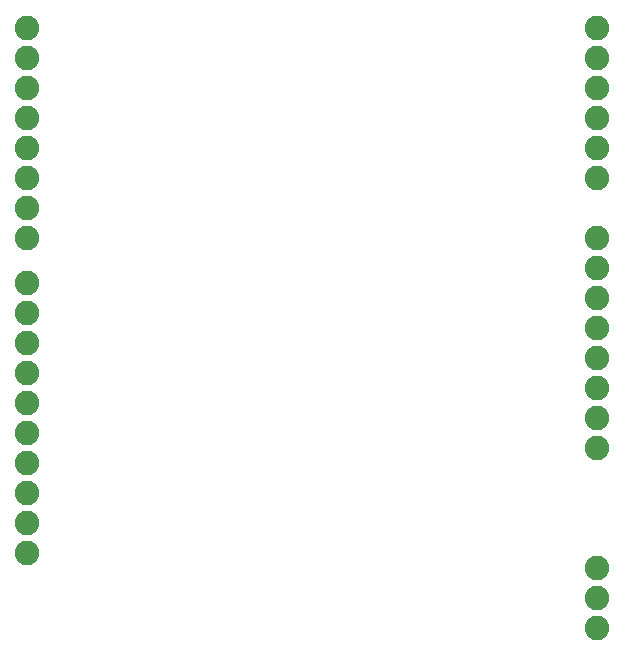
<source format=gbr>
G04 EAGLE Gerber RS-274X export*
G75*
%MOMM*%
%FSLAX34Y34*%
%LPD*%
%INSoldermask Bottom*%
%IPPOS*%
%AMOC8*
5,1,8,0,0,1.08239X$1,22.5*%
G01*
%ADD10C,2.082800*%


D10*
X508000Y241300D03*
X508000Y266700D03*
X508000Y292100D03*
X508000Y317500D03*
X508000Y342900D03*
X508000Y368300D03*
X508000Y419100D03*
X508000Y444500D03*
X508000Y469900D03*
X508000Y495300D03*
X508000Y520700D03*
X508000Y546100D03*
X25400Y546100D03*
X25400Y520700D03*
X25400Y495300D03*
X25400Y469900D03*
X25400Y444500D03*
X25400Y419100D03*
X25400Y393700D03*
X25400Y368300D03*
X25400Y330200D03*
X25400Y304800D03*
X25400Y279400D03*
X25400Y254000D03*
X25400Y228600D03*
X25400Y203200D03*
X25400Y177800D03*
X25400Y152400D03*
X25400Y127000D03*
X25400Y101600D03*
X508000Y215900D03*
X508000Y190500D03*
X508000Y88900D03*
X508000Y63500D03*
X508000Y38100D03*
M02*

</source>
